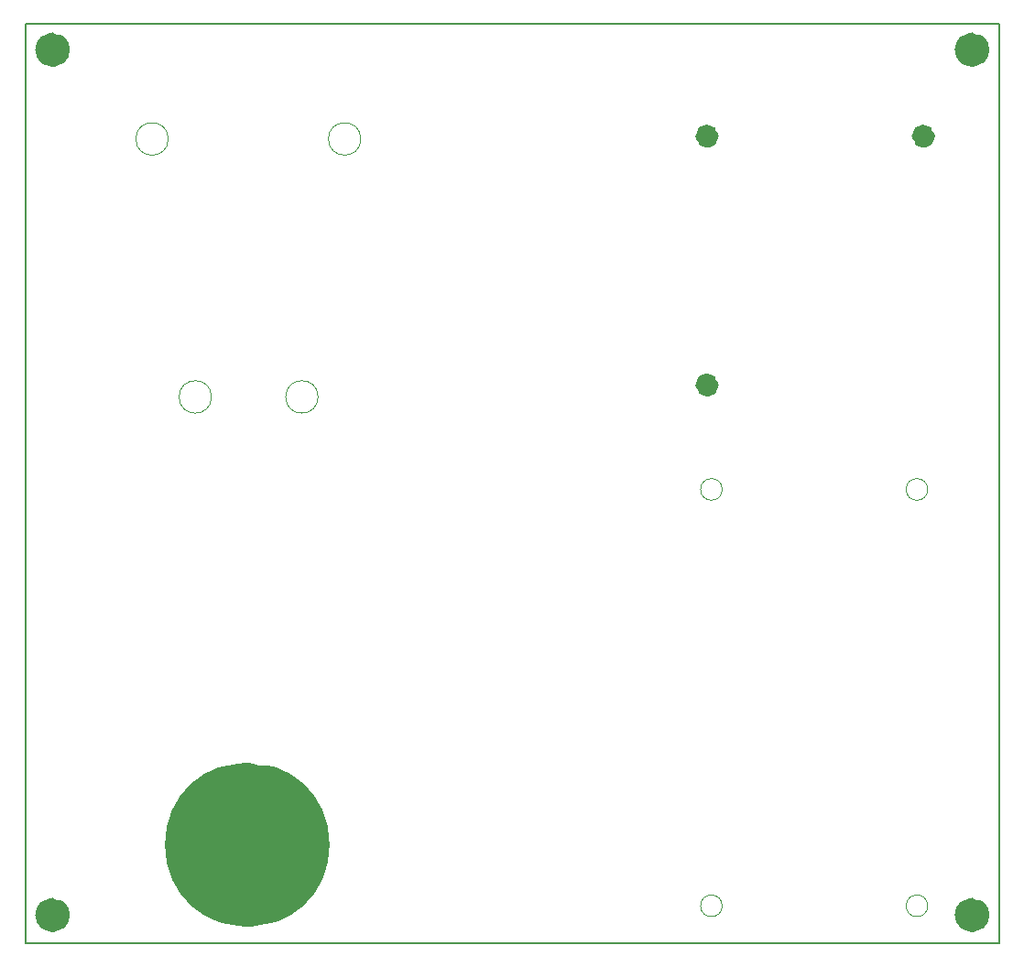
<source format=gbr>
%TF.GenerationSoftware,KiCad,Pcbnew,(6.0.4)*%
%TF.CreationDate,2022-04-08T13:10:10+02:00*%
%TF.ProjectId,TeaSpike v1,54656153-7069-46b6-9520-76312e6b6963,rev?*%
%TF.SameCoordinates,Original*%
%TF.FileFunction,Profile,NP*%
%FSLAX46Y46*%
G04 Gerber Fmt 4.6, Leading zero omitted, Abs format (unit mm)*
G04 Created by KiCad (PCBNEW (6.0.4)) date 2022-04-08 13:10:10*
%MOMM*%
%LPD*%
G01*
G04 APERTURE LIST*
%TA.AperFunction,Profile*%
%ADD10C,1.600000*%
%TD*%
%TA.AperFunction,Profile*%
%ADD11C,0.200000*%
%TD*%
%TA.AperFunction,Profile*%
%ADD12C,7.600000*%
%TD*%
%TA.AperFunction,Profile*%
%ADD13C,1.060000*%
%TD*%
%TA.AperFunction,Profile*%
%ADD14C,0.120000*%
%TD*%
G04 APERTURE END LIST*
D10*
X188800000Y-49500000D02*
G75*
G03*
X188800000Y-49500000I-800000J0D01*
G01*
X188800000Y-129500000D02*
G75*
G03*
X188800000Y-129500000I-800000J0D01*
G01*
X103800000Y-49500000D02*
G75*
G03*
X103800000Y-49500000I-800000J0D01*
G01*
D11*
X100500000Y-47080000D02*
X190500000Y-47080000D01*
X190500000Y-47080000D02*
X190500000Y-132080000D01*
X190500000Y-132080000D02*
X100500000Y-132080000D01*
X100500000Y-132080000D02*
X100500000Y-47080000D01*
D12*
X124800000Y-123000000D02*
G75*
G03*
X124800000Y-123000000I-3800000J0D01*
G01*
D10*
X103800000Y-129500000D02*
G75*
G03*
X103800000Y-129500000I-800000J0D01*
G01*
%TO.C,U_RTC1*%
D13*
X164030000Y-57500000D02*
G75*
G03*
X164030000Y-57500000I-530000J0D01*
G01*
X164030000Y-80500000D02*
G75*
G03*
X164030000Y-80500000I-530000J0D01*
G01*
X184030000Y-57500000D02*
G75*
G03*
X184030000Y-57500000I-530000J0D01*
G01*
D14*
%TO.C,U2*%
X113700000Y-57750000D02*
G75*
G03*
X113700000Y-57750000I-1500000J0D01*
G01*
X117700000Y-81600000D02*
G75*
G03*
X117700000Y-81600000I-1500000J0D01*
G01*
X131499600Y-57750000D02*
G75*
G03*
X131499600Y-57750000I-1500000J0D01*
G01*
X127550000Y-81600000D02*
G75*
G03*
X127550000Y-81600000I-1500000J0D01*
G01*
%TO.C,U_SD1*%
X164905000Y-90155000D02*
G75*
G03*
X164905000Y-90155000I-1000000J0D01*
G01*
X183905000Y-128655000D02*
G75*
G03*
X183905000Y-128655000I-1000000J0D01*
G01*
X183905000Y-90155000D02*
G75*
G03*
X183905000Y-90155000I-1000000J0D01*
G01*
X164905000Y-128655000D02*
G75*
G03*
X164905000Y-128655000I-1000000J0D01*
G01*
%TD*%
M02*

</source>
